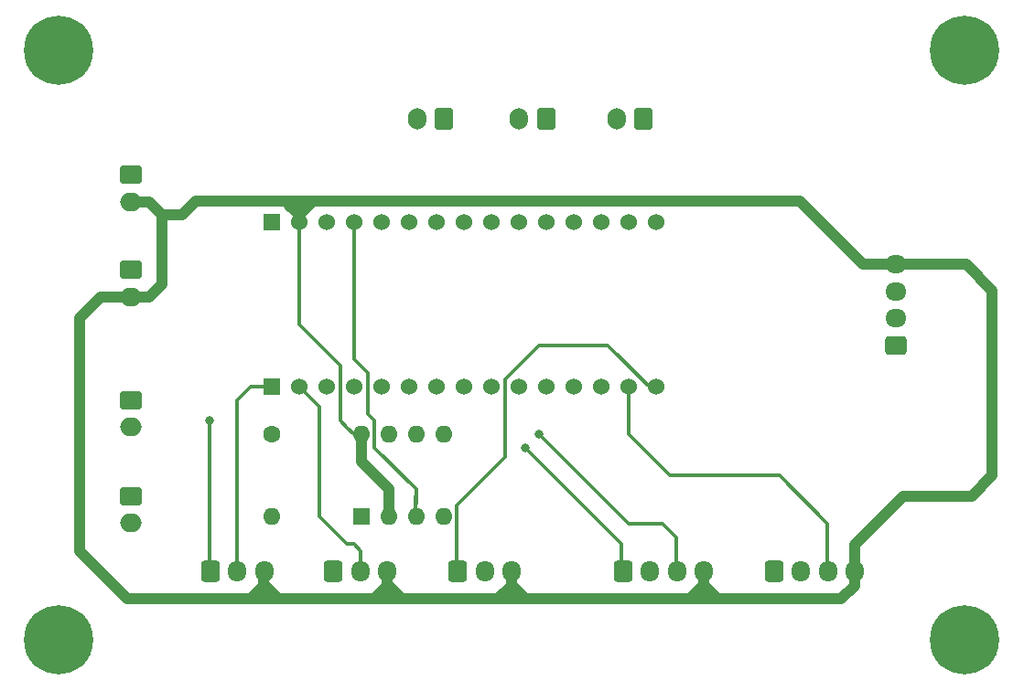
<source format=gbr>
%TF.GenerationSoftware,KiCad,Pcbnew,7.0.5*%
%TF.CreationDate,2023-08-26T18:44:16+09:00*%
%TF.ProjectId,Motherbord_Slave,4d6f7468-6572-4626-9f72-645f536c6176,rev?*%
%TF.SameCoordinates,Original*%
%TF.FileFunction,Copper,L2,Bot*%
%TF.FilePolarity,Positive*%
%FSLAX46Y46*%
G04 Gerber Fmt 4.6, Leading zero omitted, Abs format (unit mm)*
G04 Created by KiCad (PCBNEW 7.0.5) date 2023-08-26 18:44:16*
%MOMM*%
%LPD*%
G01*
G04 APERTURE LIST*
G04 Aperture macros list*
%AMRoundRect*
0 Rectangle with rounded corners*
0 $1 Rounding radius*
0 $2 $3 $4 $5 $6 $7 $8 $9 X,Y pos of 4 corners*
0 Add a 4 corners polygon primitive as box body*
4,1,4,$2,$3,$4,$5,$6,$7,$8,$9,$2,$3,0*
0 Add four circle primitives for the rounded corners*
1,1,$1+$1,$2,$3*
1,1,$1+$1,$4,$5*
1,1,$1+$1,$6,$7*
1,1,$1+$1,$8,$9*
0 Add four rect primitives between the rounded corners*
20,1,$1+$1,$2,$3,$4,$5,0*
20,1,$1+$1,$4,$5,$6,$7,0*
20,1,$1+$1,$6,$7,$8,$9,0*
20,1,$1+$1,$8,$9,$2,$3,0*%
G04 Aperture macros list end*
%TA.AperFunction,ComponentPad*%
%ADD10R,1.530000X1.530000*%
%TD*%
%TA.AperFunction,ComponentPad*%
%ADD11C,1.530000*%
%TD*%
%TA.AperFunction,ComponentPad*%
%ADD12C,0.800000*%
%TD*%
%TA.AperFunction,ComponentPad*%
%ADD13C,6.400000*%
%TD*%
%TA.AperFunction,ComponentPad*%
%ADD14RoundRect,0.250000X-0.750000X0.600000X-0.750000X-0.600000X0.750000X-0.600000X0.750000X0.600000X0*%
%TD*%
%TA.AperFunction,ComponentPad*%
%ADD15O,2.000000X1.700000*%
%TD*%
%TA.AperFunction,ComponentPad*%
%ADD16RoundRect,0.250000X-0.600000X-0.725000X0.600000X-0.725000X0.600000X0.725000X-0.600000X0.725000X0*%
%TD*%
%TA.AperFunction,ComponentPad*%
%ADD17O,1.700000X1.950000*%
%TD*%
%TA.AperFunction,ComponentPad*%
%ADD18R,1.600000X1.600000*%
%TD*%
%TA.AperFunction,ComponentPad*%
%ADD19O,1.600000X1.600000*%
%TD*%
%TA.AperFunction,ComponentPad*%
%ADD20RoundRect,0.250000X0.600000X0.750000X-0.600000X0.750000X-0.600000X-0.750000X0.600000X-0.750000X0*%
%TD*%
%TA.AperFunction,ComponentPad*%
%ADD21O,1.700000X2.000000*%
%TD*%
%TA.AperFunction,ComponentPad*%
%ADD22C,1.600000*%
%TD*%
%TA.AperFunction,ComponentPad*%
%ADD23RoundRect,0.250000X0.725000X-0.600000X0.725000X0.600000X-0.725000X0.600000X-0.725000X-0.600000X0*%
%TD*%
%TA.AperFunction,ComponentPad*%
%ADD24O,1.950000X1.700000*%
%TD*%
%TA.AperFunction,ViaPad*%
%ADD25C,0.800000*%
%TD*%
%TA.AperFunction,Conductor*%
%ADD26C,0.300000*%
%TD*%
%TA.AperFunction,Conductor*%
%ADD27C,1.000000*%
%TD*%
G04 APERTURE END LIST*
D10*
%TO.P,U1,1,D1/TX*%
%TO.N,PWM_1*%
X130810000Y-96520000D03*
D11*
%TO.P,U1,2,D0/RX*%
%TO.N,PWM_2*%
X133350000Y-96520000D03*
%TO.P,U1,3,RST*%
%TO.N,unconnected-(U1-RST-Pad3)*%
X135890000Y-96520000D03*
%TO.P,U1,4,GND*%
%TO.N,unconnected-(U1-GND-Pad4)*%
X138430000Y-96520000D03*
%TO.P,U1,5,D2*%
%TO.N,CAN_td*%
X140970000Y-96520000D03*
%TO.P,U1,6,D3*%
%TO.N,Dir_1*%
X143510000Y-96520000D03*
%TO.P,U1,7,D4*%
%TO.N,Dir_2*%
X146050000Y-96520000D03*
%TO.P,U1,8,D5*%
%TO.N,enc_1_a*%
X148590000Y-96520000D03*
%TO.P,U1,9,D6*%
%TO.N,enc_1_b*%
X151130000Y-96520000D03*
%TO.P,U1,10,D7*%
%TO.N,unconnected-(U1-D7-Pad10)*%
X153670000Y-96520000D03*
%TO.P,U1,11,D8*%
%TO.N,unconnected-(U1-D8-Pad11)*%
X156210000Y-96520000D03*
%TO.P,U1,12,D9*%
%TO.N,PWM_3*%
X158750000Y-96520000D03*
%TO.P,U1,13,D10*%
%TO.N,CAN_rd*%
X161290000Y-96520000D03*
%TO.P,U1,14,D11*%
%TO.N,enc_2_b*%
X163830000Y-96520000D03*
%TO.P,U1,15,D12*%
%TO.N,Dir_3*%
X166370000Y-96520000D03*
%TO.P,U1,16,D13*%
%TO.N,unconnected-(U1-D13-Pad16)*%
X166370000Y-81280000D03*
%TO.P,U1,17,3v3*%
%TO.N,unconnected-(U1-3v3-Pad17)*%
X163830000Y-81280000D03*
%TO.P,U1,18,REF*%
%TO.N,unconnected-(U1-REF-Pad18)*%
X161290000Y-81280000D03*
%TO.P,U1,19,A0*%
%TO.N,enc_2_a*%
X158750000Y-81280000D03*
%TO.P,U1,20,A1*%
%TO.N,LED_B*%
X156210000Y-81280000D03*
%TO.P,U1,21,A2*%
%TO.N,LED_G*%
X153670000Y-81280000D03*
%TO.P,U1,22,A3*%
%TO.N,LIM_SW5*%
X151130000Y-81280000D03*
%TO.P,U1,23,A4*%
%TO.N,LIM_SW4*%
X148590000Y-81280000D03*
%TO.P,U1,24,A5*%
%TO.N,LED_R*%
X146050000Y-81280000D03*
%TO.P,U1,25,A6*%
%TO.N,LIM_SW3*%
X143510000Y-81280000D03*
%TO.P,U1,26,A7*%
%TO.N,unconnected-(U1-A7-Pad26)*%
X140970000Y-81280000D03*
%TO.P,U1,27,5V*%
%TO.N,+5V*%
X138430000Y-81280000D03*
%TO.P,U1,28,RST*%
%TO.N,unconnected-(U1-RST-Pad28)*%
X135890000Y-81280000D03*
%TO.P,U1,29,GND*%
%TO.N,GND*%
X133350000Y-81280000D03*
D10*
%TO.P,U1,30,VIN*%
%TO.N,unconnected-(U1-VIN-Pad30)*%
X130810000Y-81280000D03*
%TD*%
D12*
%TO.P,H3,1*%
%TO.N,N/C*%
X108725000Y-65405000D03*
X109427944Y-63707944D03*
X109427944Y-67102056D03*
X111125000Y-63005000D03*
D13*
X111125000Y-65405000D03*
D12*
X111125000Y-67805000D03*
X112822056Y-63707944D03*
X112822056Y-67102056D03*
X113525000Y-65405000D03*
%TD*%
D14*
%TO.P,J1,1,Pin_1*%
%TO.N,Net-(J1-Pin_1)*%
X117750000Y-97790000D03*
D15*
%TO.P,J1,2,Pin_2*%
%TO.N,Net-(J1-Pin_2)*%
X117750000Y-100290000D03*
%TD*%
D16*
%TO.P,J3,1,Pin_1*%
%TO.N,enc_2_a*%
X177285000Y-113665000D03*
D17*
%TO.P,J3,2,Pin_2*%
%TO.N,+5V*%
X179785000Y-113665000D03*
%TO.P,J3,3,Pin_3*%
%TO.N,enc_2_b*%
X182285000Y-113665000D03*
%TO.P,J3,4,Pin_4*%
%TO.N,GND*%
X184785000Y-113665000D03*
%TD*%
D14*
%TO.P,J17,1,Pin_1*%
%TO.N,+5V*%
X117750000Y-85745000D03*
D15*
%TO.P,J17,2,Pin_2*%
%TO.N,GND*%
X117750000Y-88245000D03*
%TD*%
D16*
%TO.P,J6,1,Pin_1*%
%TO.N,Dir_2*%
X136525000Y-113665000D03*
D17*
%TO.P,J6,2,Pin_2*%
%TO.N,PWM_2*%
X139025000Y-113665000D03*
%TO.P,J6,3,Pin_3*%
%TO.N,GND*%
X141525000Y-113665000D03*
%TD*%
D18*
%TO.P,U2,1,TXD*%
%TO.N,CAN_td*%
X139075000Y-108575000D03*
D19*
%TO.P,U2,2,VSS*%
%TO.N,GND*%
X141615000Y-108575000D03*
%TO.P,U2,3,VDD*%
%TO.N,+5V*%
X144155000Y-108575000D03*
%TO.P,U2,4,RXD*%
%TO.N,CAN_rd*%
X146695000Y-108575000D03*
%TO.P,U2,5,SPLIT*%
%TO.N,unconnected-(U2-SPLIT-Pad5)*%
X146695000Y-100955000D03*
%TO.P,U2,6,CANL*%
%TO.N,Net-(J1-Pin_2)*%
X144155000Y-100955000D03*
%TO.P,U2,7,CANH*%
%TO.N,Net-(J1-Pin_1)*%
X141615000Y-100955000D03*
%TO.P,U2,8,STBY*%
%TO.N,GND*%
X139075000Y-100955000D03*
%TD*%
D14*
%TO.P,J16,1,Pin_1*%
%TO.N,+5V*%
X117750000Y-76930000D03*
D15*
%TO.P,J16,2,Pin_2*%
%TO.N,GND*%
X117750000Y-79430000D03*
%TD*%
D16*
%TO.P,J5,1,Pin_1*%
%TO.N,Dir_1*%
X125135000Y-113665000D03*
D17*
%TO.P,J5,2,Pin_2*%
%TO.N,PWM_1*%
X127635000Y-113665000D03*
%TO.P,J5,3,Pin_3*%
%TO.N,GND*%
X130135000Y-113665000D03*
%TD*%
D20*
%TO.P,J12,1,Pin_1*%
%TO.N,+5V*%
X156210000Y-71755000D03*
D21*
%TO.P,J12,2,Pin_2*%
%TO.N,LIM_SW4*%
X153710000Y-71755000D03*
%TD*%
D12*
%TO.P,H1,1*%
%TO.N,N/C*%
X192545000Y-65405000D03*
X193247944Y-63707944D03*
X193247944Y-67102056D03*
X194945000Y-63005000D03*
D13*
X194945000Y-65405000D03*
D12*
X194945000Y-67805000D03*
X196642056Y-63707944D03*
X196642056Y-67102056D03*
X197345000Y-65405000D03*
%TD*%
%TO.P,H4,1*%
%TO.N,N/C*%
X108725000Y-120015000D03*
X109427944Y-118317944D03*
X109427944Y-121712056D03*
X111125000Y-117615000D03*
D13*
X111125000Y-120015000D03*
D12*
X111125000Y-122415000D03*
X112822056Y-118317944D03*
X112822056Y-121712056D03*
X113525000Y-120015000D03*
%TD*%
D20*
%TO.P,J13,1,Pin_1*%
%TO.N,+5V*%
X165210000Y-71755000D03*
D21*
%TO.P,J13,2,Pin_2*%
%TO.N,LIM_SW5*%
X162710000Y-71755000D03*
%TD*%
D22*
%TO.P,R1,1*%
%TO.N,Net-(J1-Pin_1)*%
X130810000Y-100965000D03*
D19*
%TO.P,R1,2*%
%TO.N,Net-(J1-Pin_2)*%
X130810000Y-108585000D03*
%TD*%
D23*
%TO.P,J8,1,Pin_1*%
%TO.N,Net-(D1-K)*%
X188595000Y-92710000D03*
D24*
%TO.P,J8,2,Pin_2*%
%TO.N,Net-(D2-K)*%
X188595000Y-90210000D03*
%TO.P,J8,3,Pin_3*%
%TO.N,Net-(D3-K)*%
X188595000Y-87710000D03*
%TO.P,J8,4,Pin_4*%
%TO.N,GND*%
X188595000Y-85210000D03*
%TD*%
D12*
%TO.P,H2,1*%
%TO.N,N/C*%
X192545000Y-120015000D03*
X193247944Y-118317944D03*
X193247944Y-121712056D03*
X194945000Y-117615000D03*
D13*
X194945000Y-120015000D03*
D12*
X194945000Y-122415000D03*
X196642056Y-118317944D03*
X196642056Y-121712056D03*
X197345000Y-120015000D03*
%TD*%
D16*
%TO.P,J4,1,Pin_1*%
%TO.N,enc_1_a*%
X163315000Y-113665000D03*
D17*
%TO.P,J4,2,Pin_2*%
%TO.N,+5V*%
X165815000Y-113665000D03*
%TO.P,J4,3,Pin_3*%
%TO.N,enc_1_b*%
X168315000Y-113665000D03*
%TO.P,J4,4,Pin_4*%
%TO.N,GND*%
X170815000Y-113665000D03*
%TD*%
D20*
%TO.P,J11,1,Pin_1*%
%TO.N,+5V*%
X146760000Y-71755000D03*
D21*
%TO.P,J11,2,Pin_2*%
%TO.N,LIM_SW3*%
X144260000Y-71755000D03*
%TD*%
D16*
%TO.P,J7,1,Pin_1*%
%TO.N,Dir_3*%
X148035000Y-113665000D03*
D17*
%TO.P,J7,2,Pin_2*%
%TO.N,PWM_3*%
X150535000Y-113665000D03*
%TO.P,J7,3,Pin_3*%
%TO.N,GND*%
X153035000Y-113665000D03*
%TD*%
D14*
%TO.P,J2,1,Pin_1*%
%TO.N,Net-(J1-Pin_1)*%
X117750000Y-106680000D03*
D15*
%TO.P,J2,2,Pin_2*%
%TO.N,Net-(J1-Pin_2)*%
X117750000Y-109180000D03*
%TD*%
D25*
%TO.N,Dir_1*%
X125095000Y-99695000D03*
%TO.N,enc_1_a*%
X154305000Y-102235000D03*
%TO.N,enc_1_b*%
X155575000Y-100965000D03*
%TD*%
D26*
%TO.N,enc_1_a*%
X163195000Y-111125000D02*
X163195000Y-113545000D01*
X163195000Y-113545000D02*
X163315000Y-113665000D01*
X154305000Y-102235000D02*
X163195000Y-111125000D01*
%TO.N,Dir_3*%
X161925000Y-92710000D02*
X166370000Y-97155000D01*
X155575000Y-92710000D02*
X161925000Y-92710000D01*
X152400000Y-95885000D02*
X155575000Y-92710000D01*
X152400000Y-103079339D02*
X152400000Y-95885000D01*
X147955000Y-107524339D02*
X152400000Y-103079339D01*
X147955000Y-113665000D02*
X147955000Y-107524339D01*
%TO.N,PWM_1*%
X127635000Y-97790000D02*
X127635000Y-112340000D01*
X130810000Y-96520000D02*
X128905000Y-96520000D01*
X128905000Y-96520000D02*
X127635000Y-97790000D01*
X127635000Y-111442500D02*
X127635000Y-113347500D01*
%TO.N,PWM_2*%
X135255000Y-108585000D02*
X137795000Y-111125000D01*
X139065000Y-112395000D02*
X139065000Y-113030000D01*
X133350000Y-96520000D02*
X135255000Y-98425000D01*
X138430000Y-111125000D02*
X139065000Y-111760000D01*
X139065000Y-111760000D02*
X139065000Y-112395000D01*
X137795000Y-111125000D02*
X138430000Y-111125000D01*
X135255000Y-98425000D02*
X135255000Y-108585000D01*
%TO.N,Dir_1*%
X125095000Y-99695000D02*
X125095000Y-112340000D01*
X125095000Y-112395000D02*
X125095000Y-113030000D01*
%TO.N,enc_1_b*%
X155575000Y-100965000D02*
X163830000Y-109220000D01*
X163830000Y-109220000D02*
X167005000Y-109220000D01*
X168275000Y-111760000D02*
X168275000Y-113030000D01*
X167005000Y-109220000D02*
X168275000Y-110490000D01*
X168275000Y-110490000D02*
X168275000Y-112340000D01*
%TO.N,enc_2_b*%
X182245000Y-109220000D02*
X182245000Y-112340000D01*
X163830000Y-100965000D02*
X167640000Y-104775000D01*
X167640000Y-104775000D02*
X177800000Y-104775000D01*
X177800000Y-104775000D02*
X182245000Y-109220000D01*
X163830000Y-96520000D02*
X163830000Y-100965000D01*
X182245000Y-111760000D02*
X182245000Y-113030000D01*
%TO.N,+5V*%
X144155000Y-106055000D02*
X144155000Y-107425000D01*
X140335000Y-99695000D02*
X140335000Y-102235000D01*
X140335000Y-102235000D02*
X144155000Y-106055000D01*
X138430000Y-81280000D02*
X138430000Y-93980000D01*
X144145000Y-106680000D02*
X144145000Y-108585000D01*
X138430000Y-93980000D02*
X139700000Y-95250000D01*
X139700000Y-99060000D02*
X140335000Y-99695000D01*
X139700000Y-95250000D02*
X139700000Y-99060000D01*
D27*
%TO.N,GND*%
X119435000Y-79430000D02*
X120650000Y-80645000D01*
X117750000Y-79430000D02*
X119435000Y-79430000D01*
X128905000Y-116205000D02*
X128270000Y-116205000D01*
X134180000Y-79815000D02*
X133350000Y-79815000D01*
X132080000Y-79375000D02*
X132631589Y-79926589D01*
D26*
X137795000Y-100330000D02*
X138430000Y-100965000D01*
D27*
X152995000Y-113665000D02*
X152995000Y-114935000D01*
X141525000Y-114935000D02*
X141605000Y-114935000D01*
X170815000Y-116205000D02*
X172085000Y-116205000D01*
X170815000Y-114935000D02*
X170815000Y-116205000D01*
X131445000Y-116205000D02*
X140335000Y-116205000D01*
X141605000Y-114935000D02*
X142875000Y-116205000D01*
D26*
X137160000Y-99695000D02*
X137795000Y-100330000D01*
D27*
X130095000Y-113665000D02*
X130095000Y-114935000D01*
X170815000Y-113665000D02*
X170815000Y-114935000D01*
X185540000Y-85210000D02*
X179705000Y-79375000D01*
X141525000Y-115015000D02*
X140335000Y-116205000D01*
X139075000Y-100955000D02*
X139075000Y-103515000D01*
X120650000Y-87045000D02*
X119450000Y-88245000D01*
X113030000Y-90170000D02*
X113030000Y-111760000D01*
X119450000Y-88245000D02*
X117750000Y-88245000D01*
X152995000Y-114935000D02*
X152995000Y-116165000D01*
X128270000Y-116205000D02*
X130175000Y-116205000D01*
X130095000Y-114935000D02*
X130175000Y-114935000D01*
X195580000Y-106680000D02*
X197485000Y-104775000D01*
X117475000Y-116205000D02*
X128270000Y-116205000D01*
X170815000Y-114935000D02*
X169545000Y-116205000D01*
X154305000Y-116205000D02*
X168910000Y-116205000D01*
X188595000Y-85210000D02*
X185540000Y-85210000D01*
X139075000Y-103515000D02*
X141615000Y-106055000D01*
X141615000Y-106055000D02*
X141615000Y-108575000D01*
D26*
X133350000Y-90805000D02*
X137160000Y-94615000D01*
X137160000Y-94615000D02*
X137160000Y-99695000D01*
D27*
X140335000Y-116205000D02*
X141605000Y-116205000D01*
D26*
X133350000Y-82550000D02*
X133350000Y-81915000D01*
D27*
X130175000Y-114935000D02*
X131445000Y-116205000D01*
X120650000Y-80645000D02*
X120650000Y-87045000D01*
X195065000Y-85210000D02*
X188595000Y-85210000D01*
X141605000Y-116205000D02*
X142875000Y-116205000D01*
X152995000Y-114935000D02*
X153035000Y-114935000D01*
X114955000Y-88245000D02*
X113030000Y-90170000D01*
X141525000Y-113665000D02*
X141525000Y-114935000D01*
X183515000Y-116205000D02*
X184725000Y-114995000D01*
X169545000Y-116205000D02*
X168910000Y-116205000D01*
X142875000Y-116205000D02*
X151765000Y-116205000D01*
X130175000Y-116205000D02*
X131445000Y-116205000D01*
X179705000Y-79375000D02*
X134620000Y-79375000D01*
X122555000Y-80645000D02*
X123825000Y-79375000D01*
X134620000Y-79375000D02*
X134180000Y-79815000D01*
X151765000Y-116205000D02*
X153035000Y-116205000D01*
X172085000Y-116205000D02*
X183515000Y-116205000D01*
X197485000Y-104775000D02*
X197485000Y-87630000D01*
X130175000Y-114935000D02*
X128905000Y-116205000D01*
X113030000Y-111760000D02*
X117475000Y-116205000D01*
X120650000Y-80645000D02*
X122555000Y-80645000D01*
X132080000Y-79375000D02*
X133350000Y-80645000D01*
X189230000Y-106680000D02*
X195580000Y-106680000D01*
X153035000Y-116205000D02*
X154305000Y-116205000D01*
X170815000Y-114935000D02*
X172085000Y-116205000D01*
X141525000Y-114935000D02*
X141525000Y-116125000D01*
X133350000Y-80645000D02*
X133350000Y-81280000D01*
X153035000Y-114935000D02*
X154305000Y-116205000D01*
X168910000Y-116205000D02*
X170815000Y-116205000D01*
X152995000Y-114935000D02*
X152995000Y-114975000D01*
X130095000Y-116125000D02*
X130175000Y-116205000D01*
X123825000Y-79375000D02*
X130810000Y-79375000D01*
X184725000Y-113665000D02*
X184725000Y-111185000D01*
X184725000Y-111185000D02*
X189230000Y-106680000D01*
X130095000Y-114935000D02*
X130095000Y-116125000D01*
D26*
X133350000Y-82550000D02*
X133350000Y-90805000D01*
D27*
X141525000Y-114935000D02*
X141525000Y-115015000D01*
X197485000Y-87630000D02*
X195065000Y-85210000D01*
X152995000Y-114975000D02*
X151765000Y-116205000D01*
X134620000Y-79375000D02*
X133350000Y-79375000D01*
X141525000Y-116125000D02*
X141605000Y-116205000D01*
X130810000Y-79375000D02*
X132080000Y-79375000D01*
X117750000Y-88245000D02*
X114955000Y-88245000D01*
X152995000Y-116165000D02*
X153035000Y-116205000D01*
X184725000Y-114995000D02*
X184725000Y-113665000D01*
X133350000Y-79375000D02*
X133350000Y-79815000D01*
X133350000Y-79375000D02*
X130810000Y-79375000D01*
X134302500Y-79692500D02*
X133350000Y-80645000D01*
%TD*%
M02*

</source>
